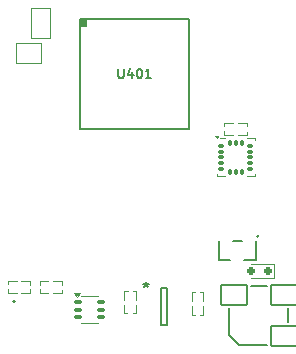
<source format=gbr>
%TF.GenerationSoftware,KiCad,Pcbnew,9.0.3*%
%TF.CreationDate,2025-09-02T10:47:08-04:00*%
%TF.ProjectId,simon,73696d6f-6e2e-46b6-9963-61645f706362,rev?*%
%TF.SameCoordinates,Original*%
%TF.FileFunction,Legend,Top*%
%TF.FilePolarity,Positive*%
%FSLAX46Y46*%
G04 Gerber Fmt 4.6, Leading zero omitted, Abs format (unit mm)*
G04 Created by KiCad (PCBNEW 9.0.3) date 2025-09-02 10:47:08*
%MOMM*%
%LPD*%
G01*
G04 APERTURE LIST*
G04 Aperture macros list*
%AMRoundRect*
0 Rectangle with rounded corners*
0 $1 Rounding radius*
0 $2 $3 $4 $5 $6 $7 $8 $9 X,Y pos of 4 corners*
0 Add a 4 corners polygon primitive as box body*
4,1,4,$2,$3,$4,$5,$6,$7,$8,$9,$2,$3,0*
0 Add four circle primitives for the rounded corners*
1,1,$1+$1,$2,$3*
1,1,$1+$1,$4,$5*
1,1,$1+$1,$6,$7*
1,1,$1+$1,$8,$9*
0 Add four rect primitives between the rounded corners*
20,1,$1+$1,$2,$3,$4,$5,0*
20,1,$1+$1,$4,$5,$6,$7,0*
20,1,$1+$1,$6,$7,$8,$9,0*
20,1,$1+$1,$8,$9,$2,$3,0*%
G04 Aperture macros list end*
%ADD10C,0.150000*%
%ADD11C,0.200000*%
%ADD12C,0.120000*%
%ADD13C,0.152400*%
%ADD14C,0.100000*%
%ADD15C,0.127000*%
%ADD16R,0.350000X0.250000*%
%ADD17RoundRect,0.087500X-0.187500X-0.087500X0.187500X-0.087500X0.187500X0.087500X-0.187500X0.087500X0*%
%ADD18RoundRect,0.087500X-0.087500X-0.187500X0.087500X-0.187500X0.087500X0.187500X-0.087500X0.187500X0*%
%ADD19R,0.250000X0.350000*%
%ADD20R,0.508000X1.117600*%
%ADD21R,0.750000X0.600000*%
%ADD22R,0.600000X0.700000*%
%ADD23R,1.000000X0.599999*%
%ADD24R,0.700000X0.600000*%
%ADD25C,2.600000*%
%ADD26C,3.500000*%
%ADD27R,1.475000X0.300000*%
%ADD28R,0.300000X1.475000*%
%ADD29R,0.711200X0.279400*%
%ADD30R,0.990600X1.701800*%
%ADD31RoundRect,0.150000X-0.150000X-0.200000X0.150000X-0.200000X0.150000X0.200000X-0.150000X0.200000X0*%
%ADD32RoundRect,0.100000X-0.225000X-0.100000X0.225000X-0.100000X0.225000X0.100000X-0.225000X0.100000X0*%
%ADD33RoundRect,0.102000X1.125000X0.850000X-1.125000X0.850000X-1.125000X-0.850000X1.125000X-0.850000X0*%
%ADD34R,1.400000X0.680000*%
%ADD35C,1.950000*%
%ADD36C,1.020000*%
%ADD37R,1.700000X1.700000*%
%ADD38C,1.700000*%
G04 APERTURE END LIST*
D10*
X149345001Y-98074821D02*
X149345001Y-98312916D01*
X149106906Y-98217678D02*
X149345001Y-98312916D01*
X149345001Y-98312916D02*
X149583096Y-98217678D01*
X149202144Y-98503392D02*
X149345001Y-98312916D01*
X149345001Y-98312916D02*
X149487858Y-98503392D01*
D11*
X147008571Y-79996695D02*
X147008571Y-80644314D01*
X147008571Y-80644314D02*
X147046666Y-80720504D01*
X147046666Y-80720504D02*
X147084761Y-80758600D01*
X147084761Y-80758600D02*
X147160952Y-80796695D01*
X147160952Y-80796695D02*
X147313333Y-80796695D01*
X147313333Y-80796695D02*
X147389523Y-80758600D01*
X147389523Y-80758600D02*
X147427618Y-80720504D01*
X147427618Y-80720504D02*
X147465714Y-80644314D01*
X147465714Y-80644314D02*
X147465714Y-79996695D01*
X148189523Y-80263361D02*
X148189523Y-80796695D01*
X147999047Y-79958600D02*
X147808570Y-80530028D01*
X147808570Y-80530028D02*
X148303809Y-80530028D01*
X148760952Y-79996695D02*
X148837142Y-79996695D01*
X148837142Y-79996695D02*
X148913333Y-80034790D01*
X148913333Y-80034790D02*
X148951428Y-80072885D01*
X148951428Y-80072885D02*
X148989523Y-80149076D01*
X148989523Y-80149076D02*
X149027618Y-80301457D01*
X149027618Y-80301457D02*
X149027618Y-80491933D01*
X149027618Y-80491933D02*
X148989523Y-80644314D01*
X148989523Y-80644314D02*
X148951428Y-80720504D01*
X148951428Y-80720504D02*
X148913333Y-80758600D01*
X148913333Y-80758600D02*
X148837142Y-80796695D01*
X148837142Y-80796695D02*
X148760952Y-80796695D01*
X148760952Y-80796695D02*
X148684761Y-80758600D01*
X148684761Y-80758600D02*
X148646666Y-80720504D01*
X148646666Y-80720504D02*
X148608571Y-80644314D01*
X148608571Y-80644314D02*
X148570475Y-80491933D01*
X148570475Y-80491933D02*
X148570475Y-80301457D01*
X148570475Y-80301457D02*
X148608571Y-80149076D01*
X148608571Y-80149076D02*
X148646666Y-80072885D01*
X148646666Y-80072885D02*
X148684761Y-80034790D01*
X148684761Y-80034790D02*
X148760952Y-79996695D01*
X149789523Y-80796695D02*
X149332380Y-80796695D01*
X149560952Y-80796695D02*
X149560952Y-79996695D01*
X149560952Y-79996695D02*
X149484761Y-80110980D01*
X149484761Y-80110980D02*
X149408571Y-80187171D01*
X149408571Y-80187171D02*
X149332380Y-80225266D01*
D12*
%TO.C,U301*%
X155352500Y-89115000D02*
X155352500Y-88940000D01*
X156027500Y-85895000D02*
X155652500Y-85895000D01*
X156027500Y-89115000D02*
X155352500Y-89115000D01*
X157897500Y-85895000D02*
X158572500Y-85895000D01*
X157897500Y-89115000D02*
X158572500Y-89115000D01*
X158572500Y-85895000D02*
X158572500Y-86070000D01*
X158572500Y-89115000D02*
X158572500Y-88940000D01*
X155352500Y-85895000D02*
X155212500Y-85705000D01*
X155492500Y-85705000D01*
X155352500Y-85895000D01*
G36*
X155352500Y-85895000D02*
G01*
X155212500Y-85705000D01*
X155492500Y-85705000D01*
X155352500Y-85895000D01*
G37*
D13*
%TO.C,Q301*%
X155525200Y-94606300D02*
X155525200Y-96155700D01*
X155525200Y-96155700D02*
X156513260Y-96155700D01*
X157463261Y-94606300D02*
X156736739Y-94606300D01*
X157686740Y-96155700D02*
X158674800Y-96155700D01*
X158674800Y-96155700D02*
X158674800Y-94606300D01*
X158900000Y-94181000D02*
G75*
G02*
X158747600Y-94181000I-76200J0D01*
G01*
X158747600Y-94181000D02*
G75*
G02*
X158900000Y-94181000I76200J0D01*
G01*
D14*
%TO.C,Y402*%
X138330000Y-77825000D02*
X140430000Y-77825000D01*
X138330000Y-79525000D02*
X138330000Y-77825000D01*
X140430000Y-77825000D02*
X140430000Y-79525000D01*
X140430000Y-79525000D02*
X138330000Y-79525000D01*
%TO.C,C202*%
X140345000Y-97970000D02*
X141095000Y-97970000D01*
X140345000Y-98270000D02*
X140345000Y-97970000D01*
X140345000Y-98970000D02*
X140345000Y-98670000D01*
X141095000Y-98970000D02*
X140345000Y-98970000D01*
X141495000Y-97970000D02*
X142245000Y-97970000D01*
X142245000Y-97970000D02*
X142245000Y-98270000D01*
X142245000Y-98720000D02*
X142245000Y-98970000D01*
X142245000Y-98970000D02*
X141495000Y-98970000D01*
D11*
%TO.C,U202*%
X150595001Y-98570003D02*
X151095001Y-98570003D01*
X150595001Y-101670001D02*
X150595001Y-98570003D01*
X150595001Y-101670001D02*
X151095001Y-101670001D01*
X151095001Y-101670001D02*
X151095001Y-98570003D01*
D14*
%TO.C,C201*%
X137645000Y-97970000D02*
X138395000Y-97970000D01*
X137645000Y-98220000D02*
X137645000Y-97970000D01*
X137645000Y-98970000D02*
X137645000Y-98670000D01*
X138395000Y-98970000D02*
X137645000Y-98970000D01*
X138795000Y-97970000D02*
X139545000Y-97970000D01*
X139545000Y-97970000D02*
X139545000Y-98270000D01*
X139545000Y-98670000D02*
X139545000Y-98970000D01*
X139545000Y-98970000D02*
X138795000Y-98970000D01*
%TO.C,C203*%
X147520000Y-98820000D02*
X147820000Y-98820000D01*
X147520000Y-99570000D02*
X147520000Y-98820000D01*
X147520000Y-100720000D02*
X147520000Y-99970000D01*
X147770000Y-100720000D02*
X147520000Y-100720000D01*
X148220000Y-98820000D02*
X148520000Y-98820000D01*
X148520000Y-98820000D02*
X148520000Y-99570000D01*
X148520000Y-99970000D02*
X148520000Y-100720000D01*
X148520000Y-100720000D02*
X148220000Y-100720000D01*
%TO.C,C204*%
X153220000Y-98920000D02*
X153520000Y-98920000D01*
X153220000Y-99670000D02*
X153220000Y-98920000D01*
X153220000Y-100820000D02*
X153220000Y-100070000D01*
X153520000Y-100820000D02*
X153220000Y-100820000D01*
X153970000Y-98920000D02*
X154220000Y-98920000D01*
X154220000Y-98920000D02*
X154220000Y-99670000D01*
X154220000Y-100070000D02*
X154220000Y-100820000D01*
X154220000Y-100820000D02*
X153920000Y-100820000D01*
D11*
%TO.C,U401*%
X143730000Y-75787000D02*
X153030000Y-75787000D01*
X143730000Y-85087000D02*
X143730000Y-75787000D01*
X153030000Y-75787000D02*
X153030000Y-85087000D01*
X153030000Y-85087000D02*
X143730000Y-85087000D01*
X143730000Y-75787000D02*
X144316000Y-75787000D01*
X144316000Y-76373000D01*
X143730000Y-76373000D01*
X143730000Y-75787000D01*
G36*
X143730000Y-75787000D02*
G01*
X144316000Y-75787000D01*
X144316000Y-76373000D01*
X143730000Y-76373000D01*
X143730000Y-75787000D01*
G37*
D13*
%TO.C,U201*%
X138286774Y-99719811D02*
G75*
G02*
X138083574Y-99719811I-101600J0D01*
G01*
X138083574Y-99719811D02*
G75*
G02*
X138286774Y-99719811I101600J0D01*
G01*
D12*
%TO.C,D301*%
X158267500Y-96500000D02*
X160227500Y-96500000D01*
X158267500Y-97700000D02*
X160227500Y-97700000D01*
X160227500Y-97700000D02*
X160227500Y-96500000D01*
%TO.C,U203*%
X143860000Y-99235000D02*
X145270000Y-99235000D01*
X143870000Y-101555000D02*
X145270000Y-101555000D01*
X143490000Y-99285000D02*
X143250000Y-98955000D01*
X143730000Y-98955000D01*
X143490000Y-99285000D01*
G36*
X143490000Y-99285000D02*
G01*
X143250000Y-98955000D01*
X143730000Y-98955000D01*
X143490000Y-99285000D01*
G37*
D14*
%TO.C,C301*%
X155987500Y-84580000D02*
X156737500Y-84580000D01*
X155987500Y-84880000D02*
X155987500Y-84580000D01*
X155987500Y-85580000D02*
X155987500Y-85280000D01*
X156737500Y-85580000D02*
X155987500Y-85580000D01*
X157137500Y-84580000D02*
X157887500Y-84580000D01*
X157887500Y-84580000D02*
X157887500Y-84880000D01*
X157887500Y-85330000D02*
X157887500Y-85580000D01*
X157887500Y-85580000D02*
X157137500Y-85580000D01*
D15*
%TO.C,LS301*%
X156395000Y-102570000D02*
X156395000Y-100290000D01*
X157195000Y-103370000D02*
X156395000Y-102570000D01*
X159575000Y-98370000D02*
X158215000Y-98370000D01*
X159575000Y-103370000D02*
X157195000Y-103370000D01*
X161395000Y-101450000D02*
X161395000Y-100290000D01*
D14*
%TO.C,Y401*%
X139605000Y-74885000D02*
X139605000Y-77385000D01*
X139605000Y-74885000D02*
X141255000Y-74885000D01*
X139605000Y-77385000D02*
X141255000Y-77385000D01*
X141255000Y-77385000D02*
X141255000Y-74885000D01*
%TD*%
%LPC*%
D16*
%TO.C,R204*%
X146920000Y-99920000D03*
X146920000Y-100470000D03*
%TD*%
D17*
%TO.C,U301*%
X155737500Y-86505000D03*
X155737500Y-87005000D03*
X155737500Y-87505000D03*
X155737500Y-88005000D03*
X155737500Y-88505000D03*
D18*
X156462500Y-88730000D03*
X156962500Y-88730000D03*
X157462500Y-88730000D03*
D17*
X158187500Y-88505000D03*
X158187500Y-88005000D03*
X158187500Y-87505000D03*
X158187500Y-87005000D03*
X158187500Y-86505000D03*
D18*
X157462500Y-86280000D03*
X156962500Y-86280000D03*
X156462500Y-86280000D03*
%TD*%
D19*
%TO.C,C404*%
X137295000Y-78090000D03*
X137845000Y-78090000D03*
%TD*%
D16*
%TO.C,C410*%
X141130000Y-82200000D03*
X141130000Y-82750000D03*
%TD*%
D20*
%TO.C,Q301*%
X158050001Y-94492000D03*
X156149999Y-94492000D03*
X157100000Y-96270000D03*
%TD*%
D21*
%TO.C,Y402*%
X138855000Y-79075000D03*
X139905000Y-79075000D03*
X139905000Y-78275000D03*
X138855000Y-78275000D03*
%TD*%
D19*
%TO.C,C401*%
X138490000Y-76990000D03*
X139040000Y-76990000D03*
%TD*%
%TO.C,C409*%
X145205000Y-73200000D03*
X144655000Y-73200000D03*
%TD*%
%TO.C,C403*%
X137340000Y-79170000D03*
X137890000Y-79170000D03*
%TD*%
D22*
%TO.C,C202*%
X140795000Y-98470000D03*
X141795000Y-98470000D03*
%TD*%
D23*
%TO.C,U202*%
X149470000Y-99170001D03*
X149470000Y-100120002D03*
X149470000Y-101070000D03*
X152220000Y-101070000D03*
X152220000Y-99170001D03*
%TD*%
D19*
%TO.C,R301*%
X154295000Y-88840000D03*
X154845000Y-88840000D03*
%TD*%
D22*
%TO.C,C201*%
X139095000Y-98470000D03*
X138095000Y-98470000D03*
%TD*%
D24*
%TO.C,C203*%
X148020000Y-99270000D03*
X148020000Y-100270000D03*
%TD*%
%TO.C,C204*%
X153720000Y-100370000D03*
X153720000Y-99370000D03*
%TD*%
D25*
%TO.C,N301*%
X135080000Y-75000000D03*
D26*
X135080000Y-75000000D03*
D25*
X135080000Y-106800000D03*
D26*
X135080000Y-106800000D03*
D25*
X159380000Y-75000000D03*
D26*
X159380000Y-75000000D03*
D25*
X159380000Y-106800000D03*
D26*
X159380000Y-106800000D03*
%TD*%
D19*
%TO.C,C407*%
X151555000Y-87675000D03*
X152105000Y-87675000D03*
%TD*%
%TO.C,R401*%
X139705000Y-81725000D03*
X140255000Y-81725000D03*
%TD*%
D16*
%TO.C,R304*%
X158080000Y-93315000D03*
X158080000Y-92765000D03*
%TD*%
%TO.C,R203*%
X142295000Y-100270000D03*
X142295000Y-100820000D03*
%TD*%
%TO.C,C405*%
X141130000Y-80725000D03*
X141130000Y-80175000D03*
%TD*%
D27*
%TO.C,U401*%
X142642000Y-76687000D03*
X142642000Y-77187000D03*
X142642000Y-77687000D03*
X142642000Y-78187000D03*
X142642000Y-78687000D03*
X142642000Y-79187000D03*
X142642000Y-79687000D03*
X142642000Y-80187000D03*
X142642000Y-80687000D03*
X142642000Y-81187000D03*
X142642000Y-81687000D03*
X142642000Y-82187000D03*
X142642000Y-82687000D03*
X142642000Y-83187000D03*
X142642000Y-83687000D03*
X142642000Y-84187000D03*
D28*
X144630000Y-86175000D03*
X145130000Y-86175000D03*
X145630000Y-86175000D03*
X146130000Y-86175000D03*
X146630000Y-86175000D03*
X147130000Y-86175000D03*
X147630000Y-86175000D03*
X148130000Y-86175000D03*
X148630000Y-86175000D03*
X149130000Y-86175000D03*
X149630000Y-86175000D03*
X150130000Y-86175000D03*
X150630000Y-86175000D03*
X151130000Y-86175000D03*
X151630000Y-86175000D03*
X152130000Y-86175000D03*
D27*
X154118000Y-84187000D03*
X154118000Y-83687000D03*
X154118000Y-83187000D03*
X154118000Y-82687000D03*
X154118000Y-82187000D03*
X154118000Y-81687000D03*
X154118000Y-81187000D03*
X154118000Y-80687000D03*
X154118000Y-80187000D03*
X154118000Y-79687000D03*
X154118000Y-79187000D03*
X154118000Y-78687000D03*
X154118000Y-78187000D03*
X154118000Y-77687000D03*
X154118000Y-77187000D03*
X154118000Y-76687000D03*
D28*
X152130000Y-74699000D03*
X151630000Y-74699000D03*
X151130000Y-74699000D03*
X150630000Y-74699000D03*
X150130000Y-74699000D03*
X149630000Y-74699000D03*
X149130000Y-74699000D03*
X148630000Y-74699000D03*
X148130000Y-74699000D03*
X147630000Y-74699000D03*
X147130000Y-74699000D03*
X146630000Y-74699000D03*
X146130000Y-74699000D03*
X145630000Y-74699000D03*
X145130000Y-74699000D03*
X144630000Y-74699000D03*
%TD*%
D19*
%TO.C,C402*%
X138475000Y-75120000D03*
X139025000Y-75120000D03*
%TD*%
D29*
%TO.C,U201*%
X139091700Y-99719811D03*
X139091700Y-100219937D03*
X139091700Y-100720063D03*
X139091700Y-101220189D03*
X141098300Y-101220189D03*
X141098300Y-100720063D03*
X141098300Y-100219937D03*
X141098300Y-99719811D03*
D30*
X140095000Y-100470000D03*
%TD*%
D31*
%TO.C,D301*%
X159667500Y-97100000D03*
X158267500Y-97100000D03*
%TD*%
D16*
%TO.C,C408*%
X155730000Y-77150000D03*
X155730000Y-76600000D03*
%TD*%
%TO.C,R202*%
X137895000Y-100770000D03*
X137895000Y-101320000D03*
%TD*%
%TO.C,R201*%
X136995000Y-100770000D03*
X136995000Y-101320000D03*
%TD*%
%TO.C,R303*%
X157260000Y-93310000D03*
X157260000Y-92760000D03*
%TD*%
D32*
%TO.C,U203*%
X143620000Y-99745000D03*
X143620000Y-100395000D03*
X143620000Y-101045000D03*
X145520000Y-101045000D03*
X145520000Y-100395000D03*
X145520000Y-99745000D03*
%TD*%
D16*
%TO.C,R403*%
X150630000Y-87625000D03*
X150630000Y-88175000D03*
%TD*%
D22*
%TO.C,C301*%
X156437500Y-85080000D03*
X157437500Y-85080000D03*
%TD*%
D33*
%TO.C,LS301*%
X161020000Y-99120000D03*
X156770000Y-99120000D03*
X161020000Y-102620000D03*
%TD*%
D16*
%TO.C,R402*%
X138950000Y-80550000D03*
X138950000Y-80000000D03*
%TD*%
D19*
%TO.C,R302*%
X154255000Y-86510000D03*
X154805000Y-86510000D03*
%TD*%
D16*
%TO.C,R404*%
X140330000Y-80725000D03*
X140330000Y-80175000D03*
%TD*%
D34*
%TO.C,Y401*%
X140430000Y-76925000D03*
X140430000Y-75345000D03*
%TD*%
D19*
%TO.C,C406*%
X145155000Y-87675000D03*
X145705000Y-87675000D03*
%TD*%
D35*
%TO.C,J201*%
X151265000Y-108295000D03*
X151265000Y-105295000D03*
D36*
X149620000Y-105395000D03*
X143120000Y-105395000D03*
D35*
X141475000Y-108295000D03*
X141475000Y-105295000D03*
%TD*%
D37*
%TO.C,J301*%
X133390000Y-82420000D03*
D38*
X133390000Y-84960000D03*
X133390000Y-87500000D03*
X133390000Y-90040000D03*
X133390000Y-92580000D03*
X133390000Y-95120000D03*
X133390000Y-97660000D03*
X133390000Y-100200000D03*
%TD*%
D37*
%TO.C,J401*%
X160960000Y-80000000D03*
D38*
X160960000Y-82540000D03*
X160960000Y-85080000D03*
X160960000Y-87620000D03*
X160960000Y-90160000D03*
%TD*%
%LPD*%
M02*

</source>
